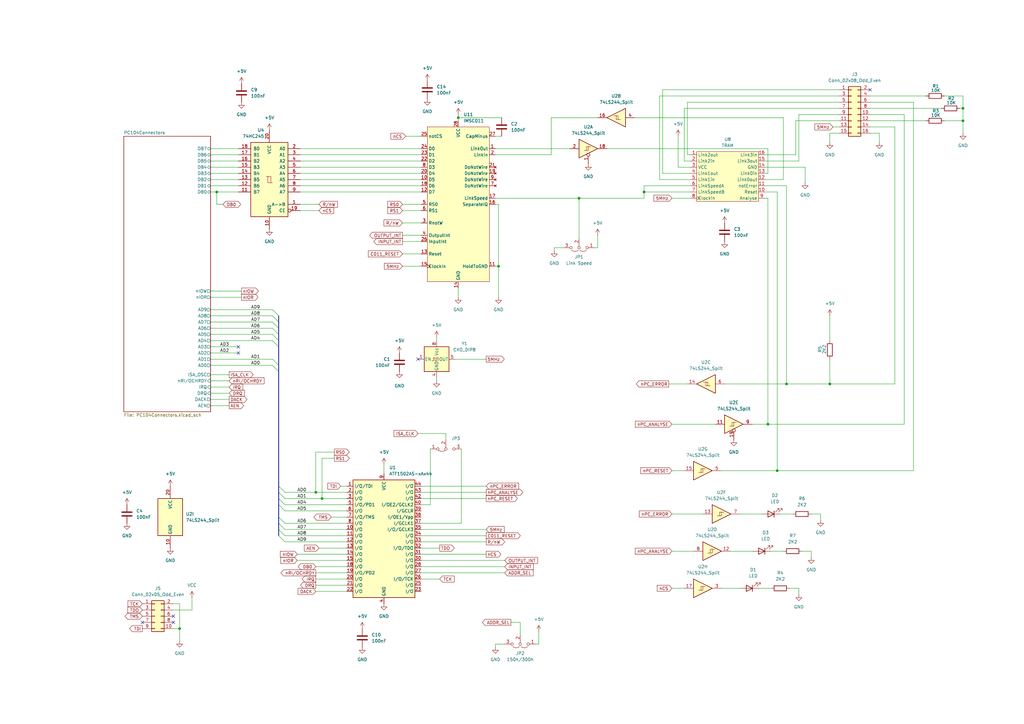
<source format=kicad_sch>
(kicad_sch (version 20250114) (generator "eeschema") (generator_version "9.0")
  (paper "A3")
  (junction (at 394.97 44.45))
  (junction (at 318.77 193.04))
  (junction (at 322.58 157.48))
  (junction (at 88.9 78.74))
  (junction (at 237.49 81.28))
  (junction (at 340.36 157.48))
  (junction (at 204.47 109.22))
  (junction (at 394.97 49.53))
  (junction (at 264.16 78.74))
  (junction (at 314.96 173.99))
  (junction (at 187.96 48.26))
  (junction (at 129.54 201.93))
  (junction (at 132.08 204.47))
  (junction (at 73.66 257.81))
  (no_connect (at 97.79 142.24))
  (no_connect (at 71.12 252.73))
  (no_connect (at 97.79 144.78))
  (no_connect (at 171.45 147.32))
  (no_connect (at 58.42 255.27))
  (no_connect (at 356.87 36.83))
  (no_connect (at 71.12 255.27))
  (bus_entry (at 116.84 201.93) (size -2.54 -2.54))
  (bus_entry (at 116.84 217.17) (size -2.54 -2.54))
  (bus_entry (at 116.84 214.63) (size -2.54 -2.54))
  (bus_entry (at 111.76 137.16) (size 2.54 2.54))
  (bus_entry (at 111.76 134.62) (size 2.54 2.54))
  (bus_entry (at 111.76 149.86) (size 2.54 2.54))
  (bus_entry (at 111.76 139.7) (size 2.54 2.54))
  (bus_entry (at 111.76 147.32) (size 2.54 2.54))
  (bus_entry (at 111.76 129.54) (size 2.54 2.54))
  (bus_entry (at 116.84 209.55) (size -2.54 -2.54))
  (bus_entry (at 116.84 222.25) (size -2.54 -2.54))
  (bus_entry (at 111.76 127) (size 2.54 2.54))
  (bus_entry (at 116.84 204.47) (size -2.54 -2.54))
  (bus_entry (at 111.76 132.08) (size 2.54 2.54))
  (bus_entry (at 116.84 207.01) (size -2.54 -2.54))
  (bus_entry (at 116.84 219.71) (size -2.54 -2.54))
  (wire (pts (xy 86.36 73.66) (xy 97.79 73.66)))
  (wire (pts (xy 123.19 68.58) (xy 172.72 68.58)))
  (wire (pts (xy 264.16 76.2) (xy 264.16 78.74)))
  (wire (pts (xy 172.72 237.49) (xy 180.34 237.49)))
  (wire (pts (xy 123.19 71.12) (xy 172.72 71.12)))
  (wire (pts (xy 132.08 204.47) (xy 116.84 204.47)))
  (wire (pts (xy 73.66 247.65) (xy 71.12 247.65)))
  (wire (pts (xy 278.13 68.58) (xy 278.13 55.88)))
  (wire (pts (xy 207.01 229.87) (xy 172.72 229.87)))
  (wire (pts (xy 172.72 219.71) (xy 199.39 219.71)))
  (wire (pts (xy 344.17 36.83) (xy 271.78 36.83)))
  (wire (pts (xy 356.87 46.99) (xy 370.84 46.99)))
  (wire (pts (xy 260.35 48.26) (xy 321.31 48.26)))
  (wire (pts (xy 295.91 193.04) (xy 318.77 193.04)))
  (wire (pts (xy 340.36 157.48) (xy 367.03 157.48)))
  (wire (pts (xy 332.74 210.82) (xy 336.55 210.82)))
  (wire (pts (xy 199.39 227.33) (xy 172.72 227.33)))
  (bus (pts (xy 114.3 212.09) (xy 114.3 214.63)))
  (wire (pts (xy 283.21 76.2) (xy 264.16 76.2)))
  (wire (pts (xy 248.92 60.96) (xy 314.96 60.96)))
  (wire (pts (xy 203.2 264.16) (xy 207.01 264.16)))
  (wire (pts (xy 137.16 185.42) (xy 129.54 185.42)))
  (wire (pts (xy 299.72 226.06) (xy 308.61 226.06)))
  (wire (pts (xy 356.87 44.45) (xy 386.08 44.45)))
  (wire (pts (xy 275.59 81.28) (xy 283.21 81.28)))
  (wire (pts (xy 165.1 96.52) (xy 172.72 96.52)))
  (wire (pts (xy 165.1 91.44) (xy 172.72 91.44)))
  (wire (pts (xy 264.16 78.74) (xy 283.21 78.74)))
  (wire (pts (xy 187.96 46.99) (xy 187.96 48.26)))
  (wire (pts (xy 356.87 41.91) (xy 374.65 41.91)))
  (wire (pts (xy 199.39 204.47) (xy 172.72 204.47)))
  (wire (pts (xy 374.65 41.91) (xy 374.65 193.04)))
  (wire (pts (xy 142.24 219.71) (xy 116.84 219.71)))
  (wire (pts (xy 332.74 226.06) (xy 332.74 228.6)))
  (wire (pts (xy 344.17 41.91) (xy 281.94 41.91)))
  (wire (pts (xy 387.35 39.37) (xy 394.97 39.37)))
  (wire (pts (xy 204.47 109.22) (xy 204.47 121.92)))
  (wire (pts (xy 374.65 193.04) (xy 318.77 193.04)))
  (wire (pts (xy 340.36 58.42) (xy 340.36 54.61)))
  (wire (pts (xy 356.87 52.07) (xy 367.03 52.07)))
  (wire (pts (xy 281.94 41.91) (xy 281.94 63.5)))
  (wire (pts (xy 123.19 83.82) (xy 130.81 83.82)))
  (wire (pts (xy 394.97 39.37) (xy 394.97 44.45)))
  (wire (pts (xy 321.31 48.26) (xy 321.31 73.66)))
  (wire (pts (xy 91.44 83.82) (xy 88.9 83.82)))
  (wire (pts (xy 93.98 161.29) (xy 86.36 161.29)))
  (wire (pts (xy 303.53 241.3) (xy 295.91 241.3)))
  (wire (pts (xy 340.36 157.48) (xy 322.58 157.48)))
  (wire (pts (xy 166.37 55.88) (xy 172.72 55.88)))
  (wire (pts (xy 226.06 63.5) (xy 226.06 48.26)))
  (wire (pts (xy 360.68 58.42) (xy 360.68 54.61)))
  (wire (pts (xy 129.54 232.41) (xy 142.24 232.41)))
  (wire (pts (xy 275.59 173.99) (xy 293.37 173.99)))
  (wire (pts (xy 132.08 187.96) (xy 132.08 204.47)))
  (wire (pts (xy 314.96 81.28) (xy 314.96 173.99)))
  (bus (pts (xy 114.3 201.93) (xy 114.3 204.47)))
  (bus (pts (xy 114.3 132.08) (xy 114.3 134.62)))
  (wire (pts (xy 142.24 209.55) (xy 116.84 209.55)))
  (wire (pts (xy 274.32 157.48) (xy 281.94 157.48)))
  (wire (pts (xy 86.36 147.32) (xy 111.76 147.32)))
  (wire (pts (xy 203.2 265.43) (xy 203.2 264.16)))
  (bus (pts (xy 114.3 149.86) (xy 114.3 152.4)))
  (wire (pts (xy 313.69 68.58) (xy 330.2 68.58)))
  (wire (pts (xy 283.21 66.04) (xy 280.67 66.04)))
  (wire (pts (xy 227.33 101.6) (xy 231.14 101.6)))
  (wire (pts (xy 187.96 118.11) (xy 187.96 121.92)))
  (wire (pts (xy 313.69 76.2) (xy 322.58 76.2)))
  (wire (pts (xy 86.36 149.86) (xy 111.76 149.86)))
  (wire (pts (xy 213.36 255.27) (xy 213.36 260.35)))
  (wire (pts (xy 394.97 44.45) (xy 394.97 49.53)))
  (wire (pts (xy 86.36 137.16) (xy 111.76 137.16)))
  (bus (pts (xy 114.3 134.62) (xy 114.3 137.16)))
  (wire (pts (xy 327.66 241.3) (xy 327.66 243.84)))
  (wire (pts (xy 187.96 48.26) (xy 187.96 49.53)))
  (wire (pts (xy 326.39 49.53) (xy 344.17 49.53)))
  (wire (pts (xy 320.04 210.82) (xy 325.12 210.82)))
  (wire (pts (xy 129.54 234.95) (xy 142.24 234.95)))
  (wire (pts (xy 327.66 46.99) (xy 327.66 66.04)))
  (wire (pts (xy 330.2 68.58) (xy 330.2 74.93)))
  (wire (pts (xy 186.69 147.32) (xy 199.39 147.32)))
  (wire (pts (xy 245.11 101.6) (xy 245.11 96.52)))
  (bus (pts (xy 114.3 204.47) (xy 114.3 207.01)))
  (wire (pts (xy 179.07 138.43) (xy 179.07 139.7)))
  (wire (pts (xy 86.36 132.08) (xy 111.76 132.08)))
  (wire (pts (xy 336.55 210.82) (xy 336.55 213.36)))
  (wire (pts (xy 203.2 55.88) (xy 205.74 55.88)))
  (wire (pts (xy 129.54 240.03) (xy 142.24 240.03)))
  (wire (pts (xy 283.21 68.58) (xy 278.13 68.58)))
  (wire (pts (xy 86.36 134.62) (xy 111.76 134.62)))
  (wire (pts (xy 123.19 60.96) (xy 172.72 60.96)))
  (wire (pts (xy 327.66 66.04) (xy 313.69 66.04)))
  (wire (pts (xy 227.33 102.87) (xy 227.33 101.6)))
  (wire (pts (xy 237.49 81.28) (xy 237.49 97.79)))
  (wire (pts (xy 209.55 255.27) (xy 213.36 255.27)))
  (wire (pts (xy 297.18 157.48) (xy 322.58 157.48)))
  (wire (pts (xy 207.01 234.95) (xy 172.72 234.95)))
  (wire (pts (xy 121.92 227.33) (xy 142.24 227.33)))
  (wire (pts (xy 356.87 39.37) (xy 379.73 39.37)))
  (wire (pts (xy 165.1 99.06) (xy 172.72 99.06)))
  (wire (pts (xy 204.47 109.22) (xy 204.47 83.82)))
  (wire (pts (xy 165.1 104.14) (xy 172.72 104.14)))
  (wire (pts (xy 340.36 54.61) (xy 344.17 54.61)))
  (wire (pts (xy 176.53 207.01) (xy 176.53 184.15)))
  (wire (pts (xy 99.06 119.38) (xy 86.36 119.38)))
  (wire (pts (xy 93.98 166.37) (xy 86.36 166.37)))
  (wire (pts (xy 313.69 78.74) (xy 318.77 78.74)))
  (wire (pts (xy 165.1 83.82) (xy 172.72 83.82)))
  (wire (pts (xy 314.96 71.12) (xy 314.96 60.96)))
  (wire (pts (xy 172.72 214.63) (xy 189.23 214.63)))
  (wire (pts (xy 86.36 60.96) (xy 97.79 60.96)))
  (wire (pts (xy 280.67 44.45) (xy 344.17 44.45)))
  (wire (pts (xy 123.19 63.5) (xy 172.72 63.5)))
  (wire (pts (xy 370.84 173.99) (xy 314.96 173.99)))
  (wire (pts (xy 137.16 187.96) (xy 132.08 187.96)))
  (wire (pts (xy 321.31 73.66) (xy 313.69 73.66)))
  (wire (pts (xy 270.51 39.37) (xy 344.17 39.37)))
  (wire (pts (xy 172.72 207.01) (xy 176.53 207.01)))
  (wire (pts (xy 93.98 156.21) (xy 86.36 156.21)))
  (wire (pts (xy 393.7 44.45) (xy 394.97 44.45)))
  (wire (pts (xy 281.94 63.5) (xy 283.21 63.5)))
  (bus (pts (xy 114.3 207.01) (xy 114.3 212.09)))
  (wire (pts (xy 275.59 226.06) (xy 284.48 226.06)))
  (wire (pts (xy 360.68 54.61) (xy 356.87 54.61)))
  (wire (pts (xy 73.66 262.89) (xy 73.66 257.81)))
  (wire (pts (xy 271.78 71.12) (xy 283.21 71.12)))
  (bus (pts (xy 114.3 129.54) (xy 114.3 132.08)))
  (wire (pts (xy 86.36 78.74) (xy 88.9 78.74)))
  (wire (pts (xy 275.59 210.82) (xy 288.29 210.82)))
  (wire (pts (xy 219.71 264.16) (xy 220.98 264.16)))
  (wire (pts (xy 142.24 214.63) (xy 116.84 214.63)))
  (wire (pts (xy 280.67 66.04) (xy 280.67 44.45)))
  (bus (pts (xy 114.3 219.71) (xy 114.3 217.17)))
  (wire (pts (xy 189.23 214.63) (xy 189.23 184.15)))
  (wire (pts (xy 264.16 78.74) (xy 264.16 81.28)))
  (wire (pts (xy 203.2 63.5) (xy 226.06 63.5)))
  (wire (pts (xy 344.17 46.99) (xy 327.66 46.99)))
  (wire (pts (xy 356.87 49.53) (xy 379.73 49.53)))
  (wire (pts (xy 318.77 193.04) (xy 318.77 78.74)))
  (wire (pts (xy 165.1 86.36) (xy 172.72 86.36)))
  (wire (pts (xy 86.36 127) (xy 111.76 127)))
  (wire (pts (xy 172.72 224.79) (xy 180.34 224.79)))
  (wire (pts (xy 311.15 241.3) (xy 316.23 241.3)))
  (wire (pts (xy 203.2 109.22) (xy 204.47 109.22)))
  (bus (pts (xy 114.3 137.16) (xy 114.3 139.7)))
  (wire (pts (xy 220.98 264.16) (xy 220.98 259.08)))
  (wire (pts (xy 316.23 226.06) (xy 321.31 226.06)))
  (wire (pts (xy 129.54 201.93) (xy 116.84 201.93)))
  (wire (pts (xy 199.39 201.93) (xy 172.72 201.93)))
  (wire (pts (xy 71.12 257.81) (xy 73.66 257.81)))
  (wire (pts (xy 123.19 78.74) (xy 172.72 78.74)))
  (wire (pts (xy 275.59 241.3) (xy 280.67 241.3)))
  (wire (pts (xy 130.81 224.79) (xy 142.24 224.79)))
  (wire (pts (xy 157.48 190.5) (xy 157.48 194.31)))
  (wire (pts (xy 86.36 129.54) (xy 111.76 129.54)))
  (wire (pts (xy 123.19 76.2) (xy 172.72 76.2)))
  (wire (pts (xy 322.58 76.2) (xy 322.58 157.48)))
  (wire (pts (xy 341.63 52.07) (xy 344.17 52.07)))
  (wire (pts (xy 78.74 250.19) (xy 78.74 245.11)))
  (wire (pts (xy 199.39 199.39) (xy 172.72 199.39)))
  (wire (pts (xy 121.92 229.87) (xy 142.24 229.87)))
  (wire (pts (xy 123.19 73.66) (xy 172.72 73.66)))
  (wire (pts (xy 314.96 81.28) (xy 313.69 81.28)))
  (wire (pts (xy 203.2 81.28) (xy 237.49 81.28)))
  (wire (pts (xy 99.06 121.92) (xy 86.36 121.92)))
  (wire (pts (xy 88.9 78.74) (xy 97.79 78.74)))
  (wire (pts (xy 387.35 49.53) (xy 394.97 49.53)))
  (wire (pts (xy 204.47 83.82) (xy 203.2 83.82)))
  (wire (pts (xy 314.96 71.12) (xy 313.69 71.12)))
  (wire (pts (xy 86.36 71.12) (xy 97.79 71.12)))
  (wire (pts (xy 207.01 232.41) (xy 172.72 232.41)))
  (wire (pts (xy 86.36 153.67) (xy 93.98 153.67)))
  (wire (pts (xy 171.45 177.8) (xy 182.88 177.8)))
  (wire (pts (xy 135.89 212.09) (xy 142.24 212.09)))
  (wire (pts (xy 367.03 52.07) (xy 367.03 157.48)))
  (bus (pts (xy 114.3 142.24) (xy 114.3 149.86)))
  (wire (pts (xy 71.12 250.19) (xy 78.74 250.19)))
  (wire (pts (xy 139.7 199.39) (xy 142.24 199.39)))
  (wire (pts (xy 86.36 144.78) (xy 97.79 144.78)))
  (wire (pts (xy 326.39 63.5) (xy 326.39 49.53)))
  (wire (pts (xy 129.54 185.42) (xy 129.54 201.93)))
  (bus (pts (xy 114.3 199.39) (xy 114.3 201.93)))
  (wire (pts (xy 271.78 36.83) (xy 271.78 71.12)))
  (wire (pts (xy 123.19 86.36) (xy 130.81 86.36)))
  (bus (pts (xy 114.3 217.17) (xy 114.3 214.63)))
  (wire (pts (xy 73.66 257.81) (xy 73.66 247.65)))
  (wire (pts (xy 142.24 204.47) (xy 132.08 204.47)))
  (wire (pts (xy 88.9 83.82) (xy 88.9 78.74)))
  (wire (pts (xy 394.97 49.53) (xy 394.97 54.61)))
  (wire (pts (xy 93.98 163.83) (xy 86.36 163.83)))
  (wire (pts (xy 340.36 157.48) (xy 340.36 147.32)))
  (wire (pts (xy 142.24 217.17) (xy 116.84 217.17)))
  (wire (pts (xy 370.84 46.99) (xy 370.84 173.99)))
  (wire (pts (xy 187.96 48.26) (xy 205.74 48.26)))
  (wire (pts (xy 199.39 222.25) (xy 172.72 222.25)))
  (wire (pts (xy 226.06 48.26) (xy 245.11 48.26)))
  (wire (pts (xy 86.36 142.24) (xy 97.79 142.24)))
  (wire (pts (xy 86.36 66.04) (xy 97.79 66.04)))
  (wire (pts (xy 328.93 226.06) (xy 332.74 226.06)))
  (wire (pts (xy 313.69 63.5) (xy 326.39 63.5)))
  (wire (pts (xy 86.36 63.5) (xy 97.79 63.5)))
  (wire (pts (xy 142.24 201.93) (xy 129.54 201.93)))
  (wire (pts (xy 264.16 81.28) (xy 237.49 81.28)))
  (wire (pts (xy 314.96 173.99) (xy 308.61 173.99)))
  (wire (pts (xy 129.54 242.57) (xy 142.24 242.57)))
  (wire (pts (xy 123.19 66.04) (xy 172.72 66.04)))
  (wire (pts (xy 142.24 222.25) (xy 116.84 222.25)))
  (wire (pts (xy 303.53 210.82) (xy 312.42 210.82)))
  (wire (pts (xy 86.36 139.7) (xy 111.76 139.7)))
  (wire (pts (xy 182.88 177.8) (xy 182.88 180.34)))
  (wire (pts (xy 129.54 237.49) (xy 142.24 237.49)))
  (bus (pts (xy 114.3 139.7) (xy 114.3 142.24)))
  (wire (pts (xy 165.1 109.22) (xy 172.72 109.22)))
  (wire (pts (xy 179.07 154.94) (xy 179.07 156.21)))
  (wire (pts (xy 275.59 193.04) (xy 280.67 193.04)))
  (wire (pts (xy 203.2 60.96) (xy 233.68 60.96)))
  (bus (pts (xy 114.3 152.4) (xy 114.3 199.39)))
  (wire (pts (xy 86.36 76.2) (xy 97.79 76.2)))
  (wire (pts (xy 86.36 68.58) (xy 97.79 68.58)))
  (wire (pts (xy 340.36 129.54) (xy 340.36 139.7)))
  (wire (pts (xy 270.51 73.66) (xy 270.51 39.37)))
  (wire (pts (xy 283.21 73.66) (xy 270.51 73.66)))
  (wire (pts (xy 243.84 101.6) (xy 245.11 101.6)))
  (wire (pts (xy 142.24 207.01) (xy 116.84 207.01)))
  (wire (pts (xy 199.39 217.17) (xy 172.72 217.17)))
  (wire (pts (xy 323.85 241.3) (xy 327.66 241.3)))
  (wire (pts (xy 93.98 158.75) (xy 86.36 158.75)))
  (label "AD4" (at 121.92 207.01 0))
  (label "AD9" (at 121.92 222.25 0))
  (label "AD5" (at 121.92 209.55 0))
  (label "AD7" (at 106.68 132.08 180))
  (label "AD0" (at 106.68 149.86 180))
  (label "AD3" (at 93.98 142.24 180))
  (label "AD8" (at 121.92 219.71 0))
  (label "AD9" (at 106.68 127 180))
  (label "AD5" (at 106.68 137.16 180))
  (label "AD4" (at 106.68 139.7 180))
  (label "AD0" (at 121.92 201.93 0))
  (label "AD7" (at 121.92 217.17 0))
  (label "AD2" (at 93.98 144.78 180))
  (label "AD8" (at 106.68 129.54 180))
  (label "AD1" (at 106.68 147.32 180))
  (label "AD6" (at 106.68 134.62 180))
  (label "AD6" (at 121.92 214.63 0))
  (label "AD1" (at 121.92 204.47 0))
  (global_label "nIOR" (shape input) (at 121.92 229.87 180) (property "Intersheetrefs" "${INTERSHEET_REFS}" (effects (hide yes))))
  (global_label "R{slash}nW" (shape input) (at 165.1 91.44 180) (property "Intersheetrefs" "${INTERSHEET_REFS}" (effects (hide yes))))
  (global_label "AEN" (shape output) (at 93.98 166.37 0) (property "Intersheetrefs" "${INTERSHEET_REFS}" (effects (hide yes))))
  (global_label "nPC_ERROR" (shape input) (at 199.39 199.39 0) (property "Intersheetrefs" "${INTERSHEET_REFS}" (effects (hide yes))))
  (global_label "R{slash}nW" (shape input) (at 130.81 83.82 0) (property "Intersheetrefs" "${INTERSHEET_REFS}" (effects (hide yes))))
  (global_label "5MHz" (shape input) (at 199.39 217.17 0) (property "Intersheetrefs" "${INTERSHEET_REFS}" (effects (hide yes))))
  (global_label "5MHz" (shape input) (at 275.59 81.28 180) (property "Intersheetrefs" "${INTERSHEET_REFS}" (effects (hide yes))))
  (global_label "DACK" (shape input) (at 129.54 242.57 180) (property "Intersheetrefs" "${INTERSHEET_REFS}" (effects (hide yes))))
  (global_label "nIOW" (shape output) (at 99.06 119.38 0) (property "Intersheetrefs" "${INTERSHEET_REFS}" (effects (hide yes))))
  (global_label "TMS" (shape bidirectional) (at 135.89 212.09 180) (property "Intersheetrefs" "${INTERSHEET_REFS}" (effects (hide yes))))
  (global_label "nCS" (shape output) (at 199.39 227.33 0) (property "Intersheetrefs" "${INTERSHEET_REFS}" (effects (hide yes))))
  (global_label "nCS" (shape input) (at 275.59 241.3 180) (property "Intersheetrefs" "${INTERSHEET_REFS}" (effects (hide yes))))
  (global_label "TCK" (shape input) (at 58.42 247.65 180) (property "Intersheetrefs" "${INTERSHEET_REFS}" (effects (hide yes))))
  (global_label "nRI{slash}OCHRDY" (shape input) (at 93.98 156.21 0) (property "Intersheetrefs" "${INTERSHEET_REFS}" (effects (hide yes))))
  (global_label "nCS" (shape input) (at 130.81 86.36 0) (property "Intersheetrefs" "${INTERSHEET_REFS}" (effects (hide yes))))
  (global_label "TMS" (shape bidirectional) (at 58.42 252.73 180) (property "Intersheetrefs" "${INTERSHEET_REFS}" (effects (hide yes))))
  (global_label "5MHz" (shape input) (at 341.63 52.07 180) (property "Intersheetrefs" "${INTERSHEET_REFS}" (effects (hide yes))))
  (global_label "TDO" (shape input) (at 58.42 250.19 180) (property "Intersheetrefs" "${INTERSHEET_REFS}" (effects (hide yes))))
  (global_label "DB0" (shape bidirectional) (at 91.44 83.82 0) (property "Intersheetrefs" "${INTERSHEET_REFS}" (effects (hide yes))))
  (global_label "RS1" (shape input) (at 165.1 86.36 180) (property "Intersheetrefs" "${INTERSHEET_REFS}" (effects (hide yes))))
  (global_label "TDO" (shape output) (at 180.34 224.79 0) (property "Intersheetrefs" "${INTERSHEET_REFS}" (effects (hide yes))))
  (global_label "R{slash}nW" (shape output) (at 199.39 222.25 0) (property "Intersheetrefs" "${INTERSHEET_REFS}" (effects (hide yes))))
  (global_label "nRI{slash}OCHRDY" (shape output) (at 129.54 234.95 180) (property "Intersheetrefs" "${INTERSHEET_REFS}" (effects (hide yes))))
  (global_label "nCS" (shape input) (at 166.37 55.88 180) (property "Intersheetrefs" "${INTERSHEET_REFS}" (effects (hide yes))))
  (global_label "nPC_ERROR" (shape output) (at 274.32 157.48 180) (property "Intersheetrefs" "${INTERSHEET_REFS}" (effects (hide yes))))
  (global_label "DB0" (shape bidirectional) (at 129.54 232.41 180) (property "Intersheetrefs" "${INTERSHEET_REFS}" (effects (hide yes))))
  (global_label "ADDR_SEL" (shape input) (at 207.01 234.95 0) (property "Intersheetrefs" "${INTERSHEET_REFS}" (effects (hide yes))))
  (global_label "OUTPUT_INT" (shape output) (at 165.1 96.52 180) (property "Intersheetrefs" "${INTERSHEET_REFS}" (effects (hide yes))))
  (global_label "RS1" (shape output) (at 137.16 187.96 0) (property "Intersheetrefs" "${INTERSHEET_REFS}" (effects (hide yes))))
  (global_label "ADDR_SEL" (shape output) (at 209.55 255.27 180) (property "Intersheetrefs" "${INTERSHEET_REFS}" (effects (hide yes))))
  (global_label "RS0" (shape input) (at 165.1 83.82 180) (property "Intersheetrefs" "${INTERSHEET_REFS}" (effects (hide yes))))
  (global_label "INPUT_INT" (shape input) (at 207.01 232.41 0) (property "Intersheetrefs" "${INTERSHEET_REFS}" (effects (hide yes))))
  (global_label "DRQ" (shape input) (at 93.98 161.29 0) (property "Intersheetrefs" "${INTERSHEET_REFS}" (effects (hide yes))))
  (global_label "OUTPUT_INT" (shape input) (at 207.01 229.87 0) (property "Intersheetrefs" "${INTERSHEET_REFS}" (effects (hide yes))))
  (global_label "TDI" (shape output) (at 58.42 257.81 180) (property "Intersheetrefs" "${INTERSHEET_REFS}" (effects (hide yes))))
  (global_label "IRQ" (shape input) (at 93.98 158.75 0) (property "Intersheetrefs" "${INTERSHEET_REFS}" (effects (hide yes))))
  (global_label "nPC_RESET" (shape output) (at 199.39 204.47 0) (property "Intersheetrefs" "${INTERSHEET_REFS}" (effects (hide yes))))
  (global_label "TCK" (shape input) (at 180.34 237.49 0) (property "Intersheetrefs" "${INTERSHEET_REFS}" (effects (hide yes))))
  (global_label "nIOW" (shape input) (at 121.92 227.33 180) (property "Intersheetrefs" "${INTERSHEET_REFS}" (effects (hide yes))))
  (global_label "5MHz" (shape output) (at 199.39 147.32 0) (property "Intersheetrefs" "${INTERSHEET_REFS}" (effects (hide yes))))
  (global_label "RS0" (shape output) (at 137.16 185.42 0) (property "Intersheetrefs" "${INTERSHEET_REFS}" (effects (hide yes))))
  (global_label "C011_RESET" (shape input) (at 165.1 104.14 180) (property "Intersheetrefs" "${INTERSHEET_REFS}" (effects (hide yes))))
  (global_label "nIOR" (shape output) (at 99.06 121.92 0) (property "Intersheetrefs" "${INTERSHEET_REFS}" (effects (hide yes))))
  (global_label "nPC_ANALYSE" (shape output) (at 199.39 201.93 0) (property "Intersheetrefs" "${INTERSHEET_REFS}" (effects (hide yes))))
  (global_label "nPC_ANALYSE" (shape input) (at 275.59 173.99 180) (property "Intersheetrefs" "${INTERSHEET_REFS}" (effects (hide yes))))
  (global_label "5MHz" (shape input) (at 165.1 109.22 180) (property "Intersheetrefs" "${INTERSHEET_REFS}" (effects (hide yes))))
  (global_label "AEN" (shape input) (at 130.81 224.79 180) (property "Intersheetrefs" "${INTERSHEET_REFS}" (effects (hide yes))))
  (global_label "INPUT_INT" (shape output) (at 165.1 99.06 180) (property "Intersheetrefs" "${INTERSHEET_REFS}" (effects (hide yes))))
  (global_label "C011_RESET" (shape output) (at 199.39 219.71 0) (property "Intersheetrefs" "${INTERSHEET_REFS}" (effects (hide yes))))
  (global_label "nPC_ANALYSE" (shape input) (at 275.59 226.06 180) (property "Intersheetrefs" "${INTERSHEET_REFS}" (effects (hide yes))))
  (global_label "ISA_CLK" (shape input) (at 171.45 177.8 180) (property "Intersheetrefs" "${INTERSHEET_REFS}" (effects (hide yes))))
  (global_label "DACK" (shape output) (at 93.98 163.83 0) (property "Intersheetrefs" "${INTERSHEET_REFS}" (effects (hide yes))))
  (global_label "TDI" (shape input) (at 139.7 199.39 180) (property "Intersheetrefs" "${INTERSHEET_REFS}" (effects (hide yes))))
  (global_label "nPC_RESET" (shape input) (at 275.59 193.04 180) (property "Intersheetrefs" "${INTERSHEET_REFS}" (effects (hide yes))))
  (global_label "ISA_CLK" (shape output) (at 93.98 153.67 0) (property "Intersheetrefs" "${INTERSHEET_REFS}" (effects (hide yes))))
  (global_label "IRQ" (shape output) (at 129.54 237.49 180) (property "Intersheetrefs" "${INTERSHEET_REFS}" (effects (hide yes))))
  (global_label "DRQ" (shape output) (at 129.54 240.03 180) (property "Intersheetrefs" "${INTERSHEET_REFS}" (effects (hide yes))))
  (global_label "nPC_ERROR" (shape input) (at 275.59 210.82 180) (property "Intersheetrefs" "${INTERSHEET_REFS}" (effects (hide yes))))
  (symbol (lib_id "Device:C") (at 297.18 95.25 0) (unit 1)
    (property "Reference" "C3" (at 300.99 93.9799 0) (effects (justify left)))
    (property "Value" "100nF" (at 300.99 96.5199 0) (effects (justify left)))
    (property "Footprint" "Capacitor_SMD:C_0805_2012Metric" (effects (hide yes)))
    (property "Description" "Unpolarized capacitor" (effects (hide yes)))
  )
  (symbol (lib_id "Device:C") (at 52.07 210.82 0) (unit 1)
    (property "Reference" "C4" (at 55.88 209.5499 0) (effects (justify left)))
    (property "Value" "100nF" (at 55.88 212.0899 0) (effects (justify left)))
    (property "Footprint" "Capacitor_SMD:C_0805_2012Metric" (effects (hide yes)))
    (property "Description" "Unpolarized capacitor" (effects (hide yes)))
  )
  (symbol (lib_id "Device:R") (at 325.12 226.06 90) (unit 1)
    (property "Reference" "R7" (at 325.12 219.71 90))
    (property "Value" "2K2" (at 325.12 222.25 90))
    (property "Footprint" "Resistor_SMD:R_0603_1608Metric" (effects (hide yes)))
    (property "Description" "Resistor" (effects (hide yes)))
  )
  (symbol (lib_id "Device:LED") (at 312.42 226.06 180) (unit 1)
    (property "Reference" "D3" (at 314.0075 218.44 0))
    (property "Value" "LED" (at 314.0075 220.98 0))
    (property "Footprint" "LED_SMD:LED_0603_1608Metric" (effects (hide yes)))
    (property "Description" "Light emitting diode" (effects (hide yes)))
    (property "Sim.Pins" "1=K 2=A" (effects (hide yes)))
  )
  (symbol (lib_id "CPLD_Microchip:ATF1502AS-xAx44") (at 157.48 219.71 0) (unit 1)
    (property "Reference" "U1" (at 159.6233 191.77 0) (effects (justify left)))
    (property "Value" "ATF1502AS-xAx44" (at 159.6233 194.31 0) (effects (justify left)))
    (property "Footprint" "Package_LCC:PLCC-44_THT-Socket" (effects (hide yes)))
  )
  (symbol (lib_id "74xx:74LS244_Split") (at 295.91 210.82 0) (unit 6)
    (property "Reference" "U2" (at 295.91 201.93 0))
    (property "Value" "74LS244_Split" (at 295.91 204.47 0))
    (property "Footprint" "Package_SO:SOIC-20W_7.5x12.8mm_P1.27mm" (effects (hide yes)))
    (property "Description" "Octal Buffer and Line Driver With 3-State Output, active-low enables, non-inverting outputs, split symbol" (effects (hide yes)))
  )
  (symbol (lib_id "power:+5V") (at 110.49 53.34 0) (unit 1)
    (property "Reference" "#PWR031" (effects (hide yes)))
    (property "Value" "+5V" (at 110.49 48.26 0))
    (property "Description" "Power symbol creates a global label with name \"+5V\"" (effects (hide yes)))
  )
  (symbol (lib_id "power:GND") (at 241.3 67.31 0) (unit 1)
    (property "Reference" "#PWR07" (effects (hide yes)))
    (property "Value" "GND" (at 241.3 72.39 0))
  )
  (symbol (lib_id "Device:R") (at 383.54 49.53 90) (unit 1)
    (property "Reference" "R3" (at 383.794 45.466 90))
    (property "Value" "10K" (at 383.794 47.244 90))
    (property "Footprint" "Resistor_SMD:R_0402_1005Metric" (effects (hide yes)))
    (property "Description" "Resistor" (effects (hide yes)))
  )
  (symbol (lib_id "power:+5V") (at 52.07 207.01 0) (unit 1)
    (property "Reference" "#PWR035" (effects (hide yes)))
    (property "Value" "+5V" (at 52.07 201.93 0))
  )
  (symbol (lib_id "power:+5V") (at 69.85 199.39 0) (unit 1)
    (property "Reference" "#PWR018" (effects (hide yes)))
    (property "Value" "+5V" (at 69.85 194.31 0))
  )
  (symbol (lib_name "GND_1") (lib_id "power:GND") (at 327.66 243.84 0) (unit 1)
    (property "Reference" "#PWR016" (effects (hide yes)))
    (property "Value" "GND" (at 327.66 248.92 0))
    (property "Description" "Power symbol creates a global label with name \"GND\" , ground" (effects (hide yes)))
  )
  (symbol (lib_id "power:GND") (at 52.07 214.63 0) (unit 1)
    (property "Reference" "#PWR036" (effects (hide yes)))
    (property "Value" "GND" (at 52.07 219.71 0))
  )
  (symbol (lib_id "power:+5V") (at 340.36 129.54 0) (unit 1)
    (property "Reference" "#PWR026" (effects (hide yes)))
    (property "Value" "+5V" (at 340.36 124.46 0))
    (property "Description" "Power symbol creates a global label with name \"+5V\"" (effects (hide yes)))
  )
  (symbol (lib_id "Jumper:Jumper_3_Open") (at 237.49 101.6 180) (unit 1) (in_bom no)
    (property "Reference" "JP1" (at 237.49 105.41 0))
    (property "Value" "Link Speed" (at 237.49 107.95 0))
    (property "Footprint" "Connector_PinHeader_2.54mm:PinHeader_1x03_P2.54mm_Vertical" (effects (hide yes)))
    (property "Description" "Jumper, 3-pole, both open" (effects (hide yes)))
  )
  (symbol (lib_id "Device:R") (at 340.36 143.51 180) (unit 1)
    (property "Reference" "R5" (at 336.296 143.256 90))
    (property "Value" "2K2" (at 338.074 143.256 90))
    (property "Footprint" "Resistor_SMD:R_0402_1005Metric" (effects (hide yes)))
    (property "Description" "Resistor" (effects (hide yes)))
  )
  (symbol (lib_id "74xx:74HC245") (at 110.49 73.66 0) (mirror y) (unit 1)
    (property "Reference" "U4" (at 108.3467 53.34 0) (effects (justify left)))
    (property "Value" "74HC245" (at 108.3467 55.88 0) (effects (justify left)))
    (property "Footprint" "Package_SO:SOIC-20W_7.5x12.8mm_P1.27mm" (effects (hide yes)))
    (property "Datasheet" "http://www.ti.com/lit/gpn/sn74HC245" (effects (hide yes)))
    (property "Description" "Octal BUS Transceivers, 3-State outputs" (effects (hide yes)))
  )
  (symbol (lib_id "power:+5V") (at 163.83 144.78 0) (mirror y) (unit 1)
    (property "Reference" "#PWR011" (effects (hide yes)))
    (property "Value" "+5V" (at 163.83 139.7 0))
  )
  (symbol (lib_id "Connector_Generic:Conn_02x05_Odd_Even") (at 63.5 252.73 0) (unit 1)
    (property "Reference" "J5" (at 64.77 241.3 0))
    (property "Value" "Conn_02x05_Odd_Even" (at 64.77 243.84 0))
    (property "Footprint" "Connector_PinHeader_2.54mm:PinHeader_2x05_P2.54mm_Vertical" (effects (hide yes)))
    (property "Description" "Generic connector, double row, 02x05, odd/even pin numbering scheme (row 1 odd numbers, row 2 even numbers), script generated (kicad-library-utils/schlib/autogen/connector/)" (effects (hide yes)))
  )
  (symbol (lib_id "power:+5V") (at 220.98 259.08 0) (unit 1)
    (property "Reference" "#PWR046" (effects (hide yes)))
    (property "Value" "+5V" (at 220.98 254 0))
    (property "Description" "Power symbol creates a global label with name \"+5V\"" (effects (hide yes)))
  )
  (symbol (lib_id "Device:C") (at 163.83 148.59 0) (mirror y) (unit 1)
    (property "Reference" "C1" (at 160.02 147.3199 0) (effects (justify left)))
    (property "Value" "100nF" (at 160.02 149.8599 0) (effects (justify left)))
    (property "Footprint" "Capacitor_SMD:C_0805_2012Metric" (effects (hide yes)))
    (property "Description" "Unpolarized capacitor" (effects (hide yes)))
  )
  (symbol (lib_id "power:GND") (at 163.83 152.4 0) (mirror y) (unit 1)
    (property "Reference" "#PWR012" (effects (hide yes)))
    (property "Value" "GND" (at 163.83 158.242 0))
  )
  (symbol (lib_id "Inmos:IMSC011") (at 187.96 81.28 0) (unit 1)
    (property "Reference" "U11" (at 190.1033 46.99 0) (effects (justify left)))
    (property "Value" "IMSC011" (at 190.1033 49.53 0) (effects (justify left)))
    (property "Footprint" "Package_DIP:DIP-28_W15.24mm" (effects (hide yes)))
  )
  (symbol (lib_id "74xx:74LS244_Split") (at 288.29 241.3 0) (unit 8)
    (property "Reference" "U2" (at 288.29 232.41 0))
    (property "Value" "74LS244_Split" (at 288.29 234.95 0))
    (property "Footprint" "Package_SO:SOIC-20W_7.5x12.8mm_P1.27mm" (effects (hide yes)))
    (property "Description" "Octal Buffer and Line Driver With 3-State Output, active-low enables, non-inverting outputs, split symbol" (effects (hide yes)))
  )
  (symbol (lib_id "power:+5V") (at 297.18 91.44 0) (unit 1)
    (property "Reference" "#PWR033" (effects (hide yes)))
    (property "Value" "+5V" (at 297.18 86.36 0))
  )
  (symbol (lib_id "power:+5V") (at 99.06 34.29 0) (unit 1)
    (property "Reference" "#PWR029" (effects (hide yes)))
    (property "Value" "+5V" (at 99.06 29.21 0))
  )
  (symbol (lib_id "Jumper:Jumper_3_Open") (at 213.36 264.16 180) (unit 1) (in_bom no)
    (property "Reference" "JP2" (at 213.36 267.97 0))
    (property "Value" "150h/300h" (at 213.36 270.51 0))
    (property "Footprint" "Connector_PinHeader_2.54mm:PinHeader_1x03_P2.54mm_Vertical" (effects (hide yes)))
    (property "Description" "Jumper, 3-pole, both open" (effects (hide yes)))
  )
  (symbol (lib_id "power:GND") (at 360.68 58.42 0) (unit 1)
    (property "Reference" "#PWR038" (effects (hide yes)))
    (property "Value" "GND" (at 360.68 63.5 0))
    (property "Description" "Power symbol creates a global label with name \"GND\" , ground" (effects (hide yes)))
  )
  (symbol (lib_id "power:GND") (at 179.07 156.21 0) (unit 1)
    (property "Reference" "#PWR014" (effects (hide yes)))
    (property "Value" "GND" (at 179.07 161.29 0))
  )
  (symbol (lib_id "Device:R") (at 389.89 44.45 90) (unit 1)
    (property "Reference" "R2" (at 390.144 40.386 90))
    (property "Value" "10K" (at 390.144 42.164 90))
    (property "Footprint" "Resistor_SMD:R_0402_1005Metric" (effects (hide yes)))
    (property "Description" "Resistor" (effects (hide yes)))
  )
  (symbol (lib_id "power:+5V") (at 245.11 96.52 0) (unit 1)
    (property "Reference" "#PWR027" (effects (hide yes)))
    (property "Value" "+5V" (at 245.11 91.44 0))
    (property "Description" "Power symbol creates a global label with name \"+5V\"" (effects (hide yes)))
  )
  (symbol (lib_id "power:VCC") (at 78.74 245.11 0) (unit 1)
    (property "Reference" "#PWR054" (effects (hide yes)))
    (property "Value" "VCC" (at 78.74 240.03 0))
    (property "Description" "Power symbol creates a global label with name \"VCC\"" (effects (hide yes)))
  )
  (symbol (lib_id "power:GND") (at 110.49 93.98 0) (unit 1)
    (property "Reference" "#PWR040" (effects (hide yes)))
    (property "Value" "GND" (at 110.49 99.06 0))
  )
  (symbol (lib_id "power:+5V") (at 187.96 46.99 0) (unit 1)
    (property "Reference" "#PWR010" (effects (hide yes)))
    (property "Value" "+5V" (at 187.96 41.91 0))
    (property "Description" "Power symbol creates a global label with name \"+5V\"" (effects (hide yes)))
  )
  (symbol (lib_id "74xx:74LS244_Split") (at 289.56 157.48 0) (mirror y) (unit 3)
    (property "Reference" "U2" (at 289.56 148.59 0))
    (property "Value" "74LS244_Split" (at 289.56 151.13 0))
    (property "Footprint" "Package_SO:SOIC-20W_7.5x12.8mm_P1.27mm" (effects (hide yes)))
    (property "Description" "Octal Buffer and Line Driver With 3-State Output, active-low enables, non-inverting outputs, split symbol" (effects (hide yes)))
  )
  (symbol (lib_id "power:GND") (at 203.2 265.43 0) (unit 1)
    (property "Reference" "#PWR045" (effects (hide yes)))
    (property "Value" "GND" (at 203.2 270.51 0))
    (property "Description" "Power symbol creates a global label with name \"GND\" , ground" (effects (hide yes)))
  )
  (symbol (lib_id "power:+5V") (at 157.48 190.5 0) (unit 1)
    (property "Reference" "#PWR044" (effects (hide yes)))
    (property "Value" "+5V" (at 157.48 185.42 0))
  )
  (symbol (lib_id "power:GND") (at 148.59 265.43 0) (unit 1)
    (property "Reference" "#PWR042" (effects (hide yes)))
    (property "Value" "GND" (at 148.59 270.51 0))
  )
  (symbol (lib_id "power:GND") (at 340.36 58.42 0) (unit 1)
    (property "Reference" "#PWR039" (effects (hide yes)))
    (property "Value" "GND" (at 340.36 63.5 0))
    (property "Description" "Power symbol creates a global label with name \"GND\" , ground" (effects (hide yes)))
  )
  (symbol (lib_name "GND_1") (lib_id "power:GND") (at 332.74 228.6 0) (unit 1)
    (property "Reference" "#PWR048" (effects (hide yes)))
    (property "Value" "GND" (at 332.74 233.68 0))
    (property "Description" "Power symbol creates a global label with name \"GND\" , ground" (effects (hide yes)))
  )
  (symbol (lib_id "power:GND") (at 99.06 41.91 0) (unit 1)
    (property "Reference" "#PWR030" (effects (hide yes)))
    (property "Value" "GND" (at 99.06 46.99 0))
  )
  (symbol (lib_id "Device:C") (at 148.59 261.62 0) (unit 1)
    (property "Reference" "C10" (at 152.4 260.3499 0) (effects (justify left)))
    (property "Value" "100nF" (at 152.4 262.8899 0) (effects (justify left)))
    (property "Footprint" "Capacitor_SMD:C_0805_2012Metric" (effects (hide yes)))
    (property "Description" "Unpolarized capacitor" (effects (hide yes)))
  )
  (symbol (lib_id "Oscillator:CXO_DIP8") (at 179.07 147.32 0) (unit 1)
    (property "Reference" "Y1" (at 190.5 140.8998 0))
    (property "Value" "CXO_DIP8" (at 190.5 143.4398 0))
    (property "Footprint" "Oscillator:Oscillator_DIP-8" (effects (hide yes)))
    (property "Datasheet" "http://cdn-reichelt.de/documents/datenblatt/B400/OSZI.pdf" (effects (hide yes)))
    (property "Description" "Crystal Clock Oscillator, DIP8-style metal package" (effects (hide yes)))
  )
  (symbol (lib_id "Inmos:TRAM") (at 298.45 71.12 0) (unit 1)
    (property "Reference" "U8" (at 298.45 57.15 0))
    (property "Value" "TRAM" (at 298.45 59.69 0))
    (property "Footprint" "Inmos:TRAM" (effects (hide yes)))
  )
  (symbol (lib_id "power:+5V") (at 148.59 257.81 0) (unit 1)
    (property "Reference" "#PWR041" (effects (hide yes)))
    (property "Value" "+5V" (at 148.59 252.73 0))
  )
  (symbol (lib_id "Device:R") (at 320.04 241.3 90) (unit 1)
    (property "Reference" "R4" (at 320.04 234.95 90))
    (property "Value" "2K2" (at 320.04 237.49 90))
    (property "Footprint" "Resistor_SMD:R_0603_1608Metric" (effects (hide yes)))
    (property "Description" "Resistor" (effects (hide yes)))
  )
  (symbol (lib_id "power:+5V") (at 179.07 138.43 0) (unit 1)
    (property "Reference" "#PWR013" (effects (hide yes)))
    (property "Value" "+5V" (at 179.07 133.35 0))
  )
  (symbol (lib_id "74xx:74LS244_Split") (at 292.1 226.06 0) (unit 4)
    (property "Reference" "U2" (at 292.1 217.17 0))
    (property "Value" "74LS244_Split" (at 292.1 219.71 0))
    (property "Footprint" "Package_SO:SOIC-20W_7.5x12.8mm_P1.27mm" (effects (hide yes)))
    (property "Description" "Octal Buffer and Line Driver With 3-State Output, active-low enables, non-inverting outputs, split symbol" (effects (hide yes)))
  )
  (symbol (lib_id "power:GND") (at 330.2 74.93 0) (unit 1)
    (property "Reference" "#PWR017" (effects (hide yes)))
    (property "Value" "GND" (at 330.2 80.01 0))
    (property "Description" "Power symbol creates a global label with name \"GND\" , ground" (effects (hide yes)))
  )
  (symbol (lib_id "power:+5V") (at 175.26 33.02 0) (unit 1)
    (property "Reference" "#PWR049" (effects (hide yes)))
    (property "Value" "+5V" (at 175.26 27.94 0))
  )
  (symbol (lib_id "Device:R") (at 383.54 39.37 90) (unit 1)
    (property "Reference" "R1" (at 383.794 35.306 90))
    (property "Value" "10K" (at 383.794 37.084 90))
    (property "Footprint" "Resistor_SMD:R_0402_1005Metric" (effects (hide yes)))
    (property "Description" "Resistor" (effects (hide yes)))
  )
  (symbol (lib_id "Device:LED") (at 316.23 210.82 180) (unit 1)
    (property "Reference" "D2" (at 317.8175 203.2 0))
    (property "Value" "LED" (at 317.8175 205.74 0))
    (property "Footprint" "LED_SMD:LED_0603_1608Metric" (effects (hide yes)))
    (property "Description" "Light emitting diode" (effects (hide yes)))
    (property "Sim.Pins" "1=K 2=A" (effects (hide yes)))
  )
  (symbol (lib_id "74xx:74LS244_Split") (at 241.3 60.96 0) (unit 1)
    (property "Reference" "U2" (at 241.3 52.07 0))
    (property "Value" "74LS244_Split" (at 241.3 54.61 0))
    (property "Footprint" "Package_SO:SOIC-20W_7.5x12.8mm_P1.27mm" (effects (hide yes)))
    (property "Description" "Octal Buffer and Line Driver With 3-State Output, active-low enables, non-inverting outputs, split symbol" (effects (hide yes)))
  )
  (symbol (lib_id "Device:C") (at 205.74 52.07 0) (unit 1)
    (property "Reference" "C2" (at 209.55 50.7999 0) (effects (justify left)))
    (property "Value" "100nF" (at 209.55 53.3399 0) (effects (justify left)))
    (property "Footprint" "Capacitor_SMD:C_0805_2012Metric" (effects (hide yes)))
    (property "Description" "Unpolarized capacitor" (effects (hide yes)))
  )
  (symbol (lib_id "power:GND") (at 175.26 40.64 0) (unit 1)
    (property "Reference" "#PWR050" (effects (hide yes)))
    (property "Value" "GND" (at 175.26 45.72 0))
  )
  (symbol (lib_id "power:GND") (at 187.96 121.92 0) (unit 1)
    (property "Reference" "#PWR09" (effects (hide yes)))
    (property "Value" "GND" (at 187.96 127 0))
    (property "Description" "Power symbol creates a global label with name \"GND\" , ground" (effects (hide yes)))
  )
  (symbol (lib_id "power:GND") (at 73.66 262.89 0) (unit 1)
    (property "Reference" "#PWR053" (effects (hide yes)))
    (property "Value" "GND" (at 73.66 267.97 0))
    (property "Description" "Power symbol creates a global label with name \"GND\" , ground" (effects (hide yes)))
  )
  (symbol (lib_id "power:GND") (at 300.99 180.34 0) (unit 1)
    (property "Reference" "#PWR028" (effects (hide yes)))
    (property "Value" "GND" (at 300.99 185.42 0))
  )
  (symbol (lib_id "74xx:74LS244_Split") (at 288.29 193.04 0) (unit 7)
    (property "Reference" "U2" (at 288.29 184.15 0))
    (property "Value" "74LS244_Split" (at 288.29 186.69 0))
    (property "Footprint" "Package_SO:SOIC-20W_7.5x12.8mm_P1.27mm" (effects (hide yes)))
    (property "Description" "Octal Buffer and Line Driver With 3-State Output, active-low enables, non-inverting outputs, split symbol" (effects (hide yes)))
  )
  (symbol (lib_id "Connector_Generic:Conn_02x08_Odd_Even") (at 349.25 44.45 0) (unit 1)
    (property "Reference" "J3" (at 350.52 30.48 0))
    (property "Value" "Conn_02x08_Odd_Even" (at 350.52 33.02 0))
    (property "Footprint" "Connector_PinHeader_2.54mm:PinHeader_2x08_P2.54mm_Horizontal" (effects (hide yes)))
    (property "Description" "Generic connector, double row, 02x08, odd/even pin numbering scheme (row 1 odd numbers, row 2 even numbers), script generated (kicad-library-utils/schlib/autogen/connector/)" (effects (hide yes)))
  )
  (symbol (lib_id "Device:LED") (at 307.34 241.3 180) (unit 1)
    (property "Reference" "D1" (at 308.9275 233.68 0))
    (property "Value" "LED" (at 308.9275 236.22 0))
    (property "Footprint" "LED_SMD:LED_0603_1608Metric" (effects (hide yes)))
    (property "Description" "Light emitting diode" (effects (hide yes)))
    (property "Sim.Pins" "1=K 2=A" (effects (hide yes)))
  )
  (symbol (lib_id "power:GND") (at 204.47 121.92 0) (unit 1)
    (property "Reference" "#PWR08" (effects (hide yes)))
    (property "Value" "GND" (at 204.47 127 0))
    (property "Description" "Power symbol creates a global label with name \"GND\" , ground" (effects (hide yes)))
  )
  (symbol (lib_id "Jumper:Jumper_3_Bridged12") (at 182.88 184.15 0) (mirror x) (unit 1) (in_bom no)
    (property "Reference" "JP3" (at 186.944 179.832 0))
    (property "Value" "Jumper_3_Bridged12" (effects (hide yes)))
    (property "Footprint" "Jumper:SolderJumper-3_P1.3mm_Bridged12_RoundedPad1.0x1.5mm_NumberLabels" (effects (hide yes)))
    (property "Description" "Jumper, 3-pole, pins 1+2 closed/bridged" (effects (hide yes)))
  )
  (symbol (lib_id "power:GND") (at 69.85 224.79 0) (unit 1)
    (property "Reference" "#PWR019" (effects (hide yes)))
    (property "Value" "GND" (at 69.85 229.87 0))
  )
  (symbol (lib_name "GND_1") (lib_id "power:GND") (at 336.55 213.36 0) (unit 1)
    (property "Reference" "#PWR047" (effects (hide yes)))
    (property "Value" "GND" (at 336.55 218.44 0))
    (property "Description" "Power symbol creates a global label with name \"GND\" , ground" (effects (hide yes)))
  )
  (symbol (lib_id "74xx:74LS244_Split") (at 300.99 173.99 0) (unit 5)
    (property "Reference" "U2" (at 300.99 165.1 0))
    (property "Value" "74LS244_Split" (at 300.99 167.64 0))
    (property "Footprint" "Package_SO:SOIC-20W_7.5x12.8mm_P1.27mm" (effects (hide yes)))
    (property "Description" "Octal Buffer and Line Driver With 3-State Output, active-low enables, non-inverting outputs, split symbol" (effects (hide yes)))
  )
  (symbol (lib_id "power:GND") (at 297.18 99.06 0) (unit 1)
    (property "Reference" "#PWR034" (effects (hide yes)))
    (property "Value" "GND" (at 297.18 104.14 0))
  )
  (symbol (lib_id "Device:C") (at 99.06 38.1 0) (unit 1)
    (property "Reference" "C9" (at 102.87 36.8299 0) (effects (justify left)))
    (property "Value" "100nF" (at 102.87 39.3699 0) (effects (justify left)))
    (property "Footprint" "Capacitor_SMD:C_0805_2012Metric" (effects (hide yes)))
    (property "Description" "Unpolarized capacitor" (effects (hide yes)))
  )
  (symbol (lib_id "power:+5V") (at 278.13 55.88 0) (unit 1)
    (property "Reference" "#PWR032" (effects (hide yes)))
    (property "Value" "+5V" (at 278.13 50.8 0))
    (property "Description" "Power symbol creates a global label with name \"+5V\"" (effects (hide yes)))
  )
  (symbol (lib_id "74xx:74LS244_Split") (at 252.73 48.26 0) (mirror y) (unit 2)
    (property "Reference" "U2" (at 252.73 39.37 0))
    (property "Value" "74LS244_Split" (at 252.73 41.91 0))
    (property "Footprint" "Package_SO:SOIC-20W_7.5x12.8mm_P1.27mm" (effects (hide yes)))
    (property "Description" "Octal Buffer and Line Driver With 3-State Output, active-low enables, non-inverting outputs, split symbol" (effects (hide yes)))
  )
  (symbol (lib_id "power:GND") (at 227.33 102.87 0) (unit 1)
    (property "Reference" "#PWR015" (effects (hide yes)))
    (property "Value" "GND" (at 227.33 107.95 0))
    (property "Description" "Power symbol creates a global label with name \"GND\" , ground" (effects (hide yes)))
  )
  (symbol (lib_id "power:GND") (at 157.48 247.65 0) (unit 1)
    (property "Reference" "#PWR043" (effects (hide yes)))
    (property "Value" "GND" (at 157.48 252.73 0))
  )
  (symbol (lib_id "Device:R") (at 328.93 210.82 90) (unit 1)
    (property "Reference" "R6" (at 328.93 204.47 90))
    (property "Value" "2K2" (at 328.93 207.01 90))
    (property "Footprint" "Resistor_SMD:R_0603_1608Metric" (effects (hide yes)))
    (property "Description" "Resistor" (effects (hide yes)))
  )
  (symbol (lib_id "74xx:74LS244_Split") (at 69.85 212.09 0) (unit 9)
    (property "Reference" "U2" (at 76.2 210.8199 0) (effects (justify left)))
    (property "Value" "74LS244_Split" (at 76.2 213.3599 0) (effects (justify left)))
    (property "Footprint" "Package_SO:SOIC-20W_7.5x12.8mm_P1.27mm" (effects (hide yes)))
    (property "Description" "Octal Buffer and Line Driver With 3-State Output, active-low enables, non-inverting outputs, split symbol" (effects (hide yes)))
  )
  (symbol (lib_id "power:GND") (at 394.97 54.61 0) (unit 1)
    (property "Reference" "#PWR037" (effects (hide yes)))
    (property "Value" "GND" (at 394.97 59.69 0))
    (property "Description" "Power symbol creates a global label with name \"GND\" , ground" (effects (hide yes)))
  )
  (symbol (lib_id "Device:C") (at 175.26 36.83 0) (unit 1)
    (property "Reference" "C14" (at 179.07 35.5599 0) (effects (justify left)))
    (property "Value" "100nF" (at 179.07 38.0999 0) (effects (justify left)))
    (property "Footprint" "Capacitor_SMD:C_0805_2012Metric" (effects (hide yes)))
    (property "Description" "Unpolarized capacitor" (effects (hide yes)))
  )
  (sheet (at 50.8 55.88) (size 35.56 113.03) (stroke (width 0.1524))
    (property "Sheetname" "PC104Connectors" (at 50.8 55.1684 0) (effects (justify left bottom)))
    (property "Sheetfile" "PC104Connectors.kicad_sch" (at 50.8 169.4946 0) (effects (justify left top)))
    (pin "DB4" bidirectional (at 86.36 68.58 0))
    (pin "AD6" output (at 86.36 134.62 0))
    (pin "DB5" bidirectional (at 86.36 66.04 0))
    (pin "DB0" bidirectional (at 86.36 78.74 0))
    (pin "DB6" bidirectional (at 86.36 63.5 0))
    (pin "DB7" bidirectional (at 86.36 60.96 0))
    (pin "DB2" bidirectional (at 86.36 73.66 0))
    (pin "DB1" bidirectional (at 86.36 76.2 0))
    (pin "DB3" bidirectional (at 86.36 71.12 0))
    (pin "AEN" output (at 86.36 166.37 0))
    (pin "nIOW" output (at 86.36 119.38 0))
    (pin "nIOR" output (at 86.36 121.92 0))
    (pin "AD7" output (at 86.36 132.08 0))
    (pin "AD9" output (at 86.36 127 0))
    (pin "AD8" output (at 86.36 129.54 0))
    (pin "AD5" output (at 86.36 137.16 0))
    (pin "AD1" output (at 86.36 147.32 0))
    (pin "AD4" output (at 86.36 139.7 0))
    (pin "AD0" output (at 86.36 149.86 0))
    (pin "AD2" output (at 86.36 144.78 0))
    (pin "AD3" output (at 86.36 142.24 0))
    (pin "IRQ" input (at 86.36 158.75 0))
    (pin "DACK" output (at 86.36 163.83 0))
    (pin "DRQ" input (at 86.36 161.29 0))
    (pin "nRI{slash}OCHRDY" input (at 86.36 156.21 0))
    (pin "ISA_OSC" output (at 86.36 153.67 0))
  )
)
</source>
